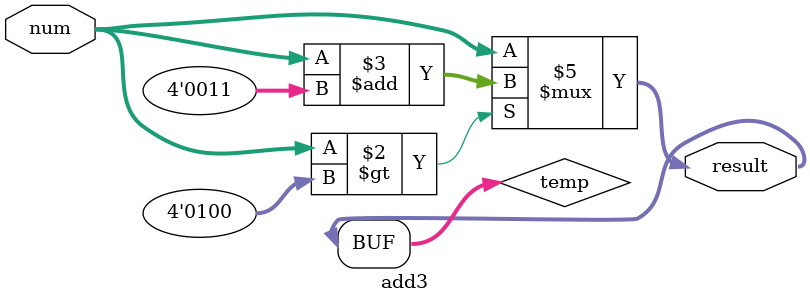
<source format=sv>
`timescale 1ns / 1ps


module add3(input [3:0] num, output [3:0] result);
    
    reg [3:0] temp;

    always @*
        begin
            if (num > 4'b0100)  
                 temp = num + 4'b0011;
            else
                 temp = num;
        end
        
    assign result = temp;
        
endmodule

</source>
